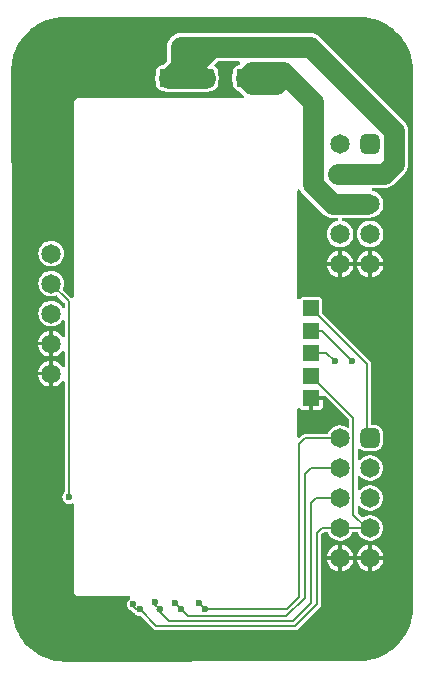
<source format=gbl>
%TF.GenerationSoftware,KiCad,Pcbnew,8.0.6*%
%TF.CreationDate,2024-10-27T21:52:18+01:00*%
%TF.ProjectId,Motor_Driver_carrier_board,4d6f746f-725f-4447-9269-7665725f6361,rev?*%
%TF.SameCoordinates,Original*%
%TF.FileFunction,Copper,L2,Bot*%
%TF.FilePolarity,Positive*%
%FSLAX46Y46*%
G04 Gerber Fmt 4.6, Leading zero omitted, Abs format (unit mm)*
G04 Created by KiCad (PCBNEW 8.0.6) date 2024-10-27 21:52:18*
%MOMM*%
%LPD*%
G01*
G04 APERTURE LIST*
G04 Aperture macros list*
%AMRoundRect*
0 Rectangle with rounded corners*
0 $1 Rounding radius*
0 $2 $3 $4 $5 $6 $7 $8 $9 X,Y pos of 4 corners*
0 Add a 4 corners polygon primitive as box body*
4,1,4,$2,$3,$4,$5,$6,$7,$8,$9,$2,$3,0*
0 Add four circle primitives for the rounded corners*
1,1,$1+$1,$2,$3*
1,1,$1+$1,$4,$5*
1,1,$1+$1,$6,$7*
1,1,$1+$1,$8,$9*
0 Add four rect primitives between the rounded corners*
20,1,$1+$1,$2,$3,$4,$5,0*
20,1,$1+$1,$4,$5,$6,$7,0*
20,1,$1+$1,$6,$7,$8,$9,0*
20,1,$1+$1,$8,$9,$2,$3,0*%
G04 Aperture macros list end*
%TA.AperFunction,ComponentPad*%
%ADD10C,1.650000*%
%TD*%
%TA.AperFunction,ComponentPad*%
%ADD11RoundRect,0.412500X0.412500X-0.412500X0.412500X0.412500X-0.412500X0.412500X-0.412500X-0.412500X0*%
%TD*%
%TA.AperFunction,SMDPad,CuDef*%
%ADD12R,1.400000X1.400000*%
%TD*%
%TA.AperFunction,ViaPad*%
%ADD13C,0.600000*%
%TD*%
%TA.AperFunction,Conductor*%
%ADD14C,0.200000*%
%TD*%
%TA.AperFunction,Conductor*%
%ADD15C,1.791660*%
%TD*%
%ADD16C,0.300000*%
%ADD17C,0.350000*%
G04 APERTURE END LIST*
D10*
%TO.P,J3,1,1*%
%TO.N,/SWDIO*%
X122800000Y-62080000D03*
%TO.P,J3,2,2*%
%TO.N,/SWCLK*%
X122800000Y-64620000D03*
%TO.P,J3,3,3*%
%TO.N,/3.3V*%
X122800000Y-67160000D03*
%TO.P,J3,4,4*%
%TO.N,GND*%
X122800000Y-69700000D03*
%TO.P,J3,5,5*%
X122800000Y-72240000D03*
%TD*%
D11*
%TO.P,P2,1,1*%
%TO.N,/OUT1*%
X149800000Y-52790000D03*
D10*
%TO.P,P2,2,2*%
X147260000Y-52790000D03*
%TO.P,P2,3,3*%
%TO.N,/OUT2*%
X149800000Y-55330000D03*
%TO.P,P2,4,4*%
X147260000Y-55330000D03*
%TO.P,P2,5,5*%
%TO.N,/OUT3*%
X149800000Y-57870000D03*
%TO.P,P2,6,6*%
X147260000Y-57870000D03*
%TO.P,P2,7,7*%
%TO.N,/24V*%
X149800000Y-60410000D03*
%TO.P,P2,8,8*%
X147260000Y-60410000D03*
%TO.P,P2,9,9*%
%TO.N,GND*%
X149800000Y-62950000D03*
%TO.P,P2,10,10*%
X147260000Y-62950000D03*
D11*
%TO.P,P2,11,11*%
%TO.N,/H1*%
X149800000Y-77690000D03*
D10*
%TO.P,P2,12,12*%
%TO.N,/PWM*%
X147260000Y-77690000D03*
%TO.P,P2,13,13*%
%TO.N,/H2*%
X149800000Y-80230000D03*
%TO.P,P2,14,14*%
%TO.N,/RX*%
X147260000Y-80230000D03*
%TO.P,P2,15,15*%
%TO.N,/H3*%
X149800000Y-82770000D03*
%TO.P,P2,16,16*%
%TO.N,/TX*%
X147260000Y-82770000D03*
%TO.P,P2,17,17*%
%TO.N,/5V*%
X149800000Y-85310000D03*
%TO.P,P2,18,18*%
X147260000Y-85310000D03*
%TO.P,P2,19,19*%
%TO.N,GND*%
X149800000Y-87850000D03*
%TO.P,P2,20,20*%
X147260000Y-87850000D03*
%TD*%
D12*
%TO.P,GND,1*%
%TO.N,GND*%
X144800000Y-74300000D03*
%TD*%
%TO.P,H2,1*%
%TO.N,/H2*%
X144800000Y-68600000D03*
%TD*%
%TO.P,5V,1*%
%TO.N,/5V*%
X144800000Y-72400000D03*
%TD*%
%TO.P,H1,1*%
%TO.N,/H1*%
X144800000Y-66700000D03*
%TD*%
%TO.P,H3,1*%
%TO.N,/H3*%
X144800000Y-70500000D03*
%TD*%
D13*
%TO.N,/OUT3*%
X141800000Y-47700000D03*
X138800000Y-47700000D03*
X138800000Y-46700000D03*
X142800000Y-46700000D03*
X139800000Y-47700000D03*
X141800000Y-46700000D03*
X140800000Y-47700000D03*
X139800000Y-46700000D03*
X142800000Y-47700000D03*
X140800000Y-46700000D03*
%TO.N,GND*%
X146775735Y-75224265D03*
%TO.N,/OUT2*%
X135300000Y-46700000D03*
X134300000Y-46700000D03*
X132300000Y-46700000D03*
X133300000Y-47700000D03*
X133300000Y-46700000D03*
X135300000Y-47700000D03*
X132300000Y-47700000D03*
X134300000Y-47700000D03*
X136300000Y-47700000D03*
X136300000Y-46700000D03*
%TO.N,/PWM*%
X135800000Y-92200000D03*
X135300000Y-91700000D03*
%TO.N,/5V*%
X129743948Y-91774783D03*
X130300000Y-92200000D03*
%TO.N,/RX*%
X133300000Y-91700000D03*
X133800000Y-92200000D03*
%TO.N,/H2*%
X148300000Y-71200000D03*
%TO.N,/TX*%
X131600000Y-91600000D03*
X132000000Y-92200000D03*
%TO.N,/H3*%
X146800000Y-71200000D03*
%TO.N,/SWCLK*%
X124300000Y-82700000D03*
%TD*%
D14*
%TO.N,/H3*%
X146800000Y-71200000D02*
X146100000Y-70500000D01*
X146100000Y-70500000D02*
X144800000Y-70500000D01*
D15*
%TO.N,/OUT2*%
X149800000Y-55330000D02*
X150966726Y-55330000D01*
X144717862Y-44608340D02*
X136391660Y-44608340D01*
X150966726Y-55330000D02*
X151820830Y-54475896D01*
X151820830Y-54475896D02*
X151820830Y-51711308D01*
X151820830Y-51711308D02*
X144717862Y-44608340D01*
%TO.N,/OUT3*%
X144959170Y-56167056D02*
X146662114Y-57870000D01*
X146662114Y-57870000D02*
X149520000Y-57870000D01*
X142449002Y-46700000D02*
X144959170Y-49210168D01*
X144959170Y-49210168D02*
X144959170Y-56167056D01*
X140800000Y-46700000D02*
X139800000Y-46700000D01*
X140800000Y-46700000D02*
X142449002Y-46700000D01*
X139300000Y-47200000D02*
X139800000Y-47700000D01*
X139800000Y-46700000D02*
X139300000Y-47200000D01*
X139800000Y-47700000D02*
X141800000Y-47700000D01*
D14*
%TO.N,GND*%
X145851470Y-74300000D02*
X146775735Y-75224265D01*
X144800000Y-74300000D02*
X145851470Y-74300000D01*
D15*
%TO.N,/OUT2*%
X136391660Y-44608340D02*
X136383320Y-44600000D01*
X134300000Y-46700000D02*
X133300000Y-46700000D01*
X134300000Y-46700000D02*
X136391660Y-44608340D01*
X133800000Y-44600000D02*
X133800000Y-46200000D01*
X132800000Y-47200000D02*
X135800000Y-47200000D01*
X133300000Y-46700000D02*
X132800000Y-47200000D01*
X150170000Y-55330000D02*
X147080168Y-55330000D01*
X136383320Y-44600000D02*
X133800000Y-44600000D01*
X133800000Y-46200000D02*
X132800000Y-47200000D01*
D14*
%TO.N,/PWM*%
X135300000Y-91700000D02*
X135800000Y-92200000D01*
X144310000Y-77690000D02*
X146980000Y-77690000D01*
X142734314Y-92200000D02*
X143800000Y-91134314D01*
X143800000Y-91134314D02*
X143800000Y-78200000D01*
X135800000Y-92200000D02*
X142734314Y-92200000D01*
X143800000Y-78200000D02*
X144310000Y-77690000D01*
%TO.N,/5V*%
X129600000Y-91800000D02*
X129625217Y-91774783D01*
X131700000Y-93600000D02*
X143465686Y-93600000D01*
X146980000Y-85310000D02*
X149520000Y-85310000D01*
X130300000Y-92200000D02*
X131700000Y-93600000D01*
X145300000Y-85700000D02*
X145690000Y-85310000D01*
X144800000Y-72400000D02*
X148395000Y-75995000D01*
X145690000Y-85310000D02*
X146980000Y-85310000D01*
X130300000Y-92200000D02*
X130000000Y-92200000D01*
X148395000Y-75995000D02*
X148395000Y-84185000D01*
X148395000Y-84185000D02*
X149520000Y-85310000D01*
X145300000Y-91765686D02*
X145300000Y-85700000D01*
X130000000Y-92200000D02*
X129600000Y-91800000D01*
X129625217Y-91774783D02*
X129743948Y-91774783D01*
X143465686Y-93600000D02*
X145300000Y-91765686D01*
%TO.N,/RX*%
X144300000Y-80700000D02*
X144770000Y-80230000D01*
X134400000Y-92800000D02*
X142700000Y-92800000D01*
X144770000Y-80230000D02*
X146980000Y-80230000D01*
X133300000Y-91700000D02*
X133800000Y-92200000D01*
X144300000Y-91200000D02*
X144300000Y-80700000D01*
X142700000Y-92800000D02*
X144300000Y-91200000D01*
X133800000Y-92200000D02*
X134400000Y-92800000D01*
%TO.N,/H2*%
X145700000Y-68600000D02*
X148300000Y-71200000D01*
X144800000Y-68600000D02*
X145700000Y-68600000D01*
%TO.N,/TX*%
X145230000Y-82770000D02*
X146980000Y-82770000D01*
X143300000Y-93200000D02*
X144800000Y-91700000D01*
X131600000Y-91800000D02*
X132000000Y-92200000D01*
X144800000Y-83200000D02*
X145230000Y-82770000D01*
X132800000Y-93200000D02*
X143300000Y-93200000D01*
X144800000Y-91700000D02*
X144800000Y-83200000D01*
X131800000Y-92200000D02*
X132800000Y-93200000D01*
X131600000Y-91600000D02*
X131600000Y-91800000D01*
%TO.N,/H1*%
X144800000Y-66700000D02*
X149520000Y-71420000D01*
X149520000Y-71420000D02*
X149520000Y-77690000D01*
%TO.N,/SWCLK*%
X124300000Y-66120000D02*
X122800000Y-64620000D01*
X124300000Y-82700000D02*
X124300000Y-66120000D01*
%TD*%
%TA.AperFunction,Conductor*%
%TO.N,GND*%
G36*
X146005202Y-74101330D02*
G01*
X146011680Y-74107362D01*
X148008181Y-76103863D01*
X148041666Y-76165186D01*
X148044500Y-76191544D01*
X148044500Y-76688147D01*
X148024815Y-76755186D01*
X147972011Y-76800941D01*
X147902853Y-76810885D01*
X147855222Y-76793574D01*
X147741447Y-76723127D01*
X147741445Y-76723126D01*
X147651153Y-76688147D01*
X147555586Y-76651124D01*
X147555582Y-76651123D01*
X147451444Y-76631657D01*
X147359660Y-76614500D01*
X147160340Y-76614500D01*
X147070254Y-76631339D01*
X146964417Y-76651123D01*
X146964415Y-76651123D01*
X146964414Y-76651124D01*
X146912517Y-76671229D01*
X146778554Y-76723126D01*
X146778552Y-76723127D01*
X146609088Y-76828056D01*
X146461792Y-76962333D01*
X146341675Y-77121393D01*
X146341670Y-77121401D01*
X146267293Y-77270772D01*
X146219790Y-77322009D01*
X146156293Y-77339500D01*
X144263856Y-77339500D01*
X144174712Y-77363386D01*
X144174709Y-77363387D01*
X144094791Y-77409527D01*
X144094786Y-77409531D01*
X143862181Y-77642137D01*
X143800858Y-77675622D01*
X143731166Y-77670638D01*
X143675233Y-77628766D01*
X143650816Y-77563302D01*
X143650500Y-77554456D01*
X143650500Y-75274127D01*
X143670185Y-75207088D01*
X143722989Y-75161333D01*
X143792147Y-75151389D01*
X143855703Y-75180414D01*
X143862181Y-75186446D01*
X143927520Y-75251785D01*
X143927525Y-75251788D01*
X144030123Y-75297089D01*
X144055206Y-75299999D01*
X144649999Y-75299999D01*
X144950000Y-75299999D01*
X145544786Y-75299999D01*
X145544808Y-75299997D01*
X145569869Y-75297091D01*
X145569873Y-75297090D01*
X145672474Y-75251788D01*
X145672479Y-75251785D01*
X145751785Y-75172479D01*
X145751788Y-75172474D01*
X145797089Y-75069877D01*
X145797089Y-75069875D01*
X145799999Y-75044794D01*
X145800000Y-75044791D01*
X145800000Y-74450000D01*
X144950000Y-74450000D01*
X144950000Y-75299999D01*
X144649999Y-75299999D01*
X144650000Y-75299998D01*
X144650000Y-74274000D01*
X144669685Y-74206961D01*
X144722489Y-74161206D01*
X144774000Y-74150000D01*
X145799999Y-74150000D01*
X145818723Y-74131275D01*
X145819684Y-74128004D01*
X145872488Y-74082249D01*
X145941646Y-74072305D01*
X146005202Y-74101330D01*
G37*
%TD.AperFunction*%
%TA.AperFunction,Conductor*%
G36*
X148942702Y-42050617D02*
G01*
X149326771Y-42067386D01*
X149337506Y-42068326D01*
X149715971Y-42118152D01*
X149726597Y-42120025D01*
X150099284Y-42202648D01*
X150109710Y-42205442D01*
X150473765Y-42320227D01*
X150483911Y-42323920D01*
X150836578Y-42470000D01*
X150846369Y-42474566D01*
X151184917Y-42650803D01*
X151184942Y-42650816D01*
X151194309Y-42656223D01*
X151195887Y-42657229D01*
X151516244Y-42861318D01*
X151525105Y-42867523D01*
X151827930Y-43099889D01*
X151836217Y-43106843D01*
X152117635Y-43364715D01*
X152125284Y-43372364D01*
X152383156Y-43653782D01*
X152390110Y-43662069D01*
X152622476Y-43964894D01*
X152628681Y-43973755D01*
X152833775Y-44295689D01*
X152839183Y-44305057D01*
X153015430Y-44643623D01*
X153020002Y-44653427D01*
X153166075Y-45006078D01*
X153169775Y-45016244D01*
X153284554Y-45380278D01*
X153287354Y-45390727D01*
X153369971Y-45763389D01*
X153371849Y-45774042D01*
X153378473Y-45824355D01*
X153411816Y-46077621D01*
X153421671Y-46152472D01*
X153422614Y-46163249D01*
X153439379Y-46547268D01*
X153439497Y-46552730D01*
X153419531Y-91996040D01*
X153419500Y-91996535D01*
X153419500Y-92067293D01*
X153419382Y-92072702D01*
X153402614Y-92456750D01*
X153401671Y-92467526D01*
X153351849Y-92845957D01*
X153349971Y-92856610D01*
X153267354Y-93229272D01*
X153264554Y-93239721D01*
X153149775Y-93603755D01*
X153146075Y-93613921D01*
X153000002Y-93966572D01*
X152995430Y-93976376D01*
X152819183Y-94314942D01*
X152813775Y-94324310D01*
X152608681Y-94646244D01*
X152602476Y-94655105D01*
X152370110Y-94957930D01*
X152363156Y-94966217D01*
X152105284Y-95247635D01*
X152097635Y-95255284D01*
X151816217Y-95513156D01*
X151807930Y-95520110D01*
X151505105Y-95752476D01*
X151496244Y-95758681D01*
X151174310Y-95963775D01*
X151164942Y-95969183D01*
X150826376Y-96145430D01*
X150816572Y-96150002D01*
X150463921Y-96296075D01*
X150453755Y-96299775D01*
X150089721Y-96414554D01*
X150079272Y-96417354D01*
X149706610Y-96499971D01*
X149695957Y-96501849D01*
X149317526Y-96551671D01*
X149306750Y-96552614D01*
X148922694Y-96569382D01*
X148917285Y-96569500D01*
X148847046Y-96569500D01*
X148845368Y-96569610D01*
X145523194Y-96574577D01*
X145522275Y-96574519D01*
X145514730Y-96574536D01*
X145514729Y-96574536D01*
X145449422Y-96574687D01*
X145448743Y-96574689D01*
X145448643Y-96574689D01*
X145375902Y-96574798D01*
X145374972Y-96574860D01*
X123977805Y-96624553D01*
X123972108Y-96624435D01*
X123588250Y-96607676D01*
X123577475Y-96606733D01*
X123489354Y-96595131D01*
X123199046Y-96556911D01*
X123188394Y-96555033D01*
X122815732Y-96472416D01*
X122805282Y-96469616D01*
X122441247Y-96354836D01*
X122431082Y-96351136D01*
X122078436Y-96205063D01*
X122068632Y-96200491D01*
X121730063Y-96024244D01*
X121720694Y-96018835D01*
X121398774Y-95813747D01*
X121389913Y-95807543D01*
X121087083Y-95575172D01*
X121078796Y-95568218D01*
X120797379Y-95310345D01*
X120789730Y-95302696D01*
X120531854Y-95021271D01*
X120524901Y-95012984D01*
X120429022Y-94888031D01*
X120292535Y-94710156D01*
X120286345Y-94701317D01*
X120081246Y-94379372D01*
X120075839Y-94370007D01*
X120049677Y-94319750D01*
X119899582Y-94031416D01*
X119895022Y-94021636D01*
X119748953Y-93668986D01*
X119745253Y-93658821D01*
X119719986Y-93578684D01*
X119630469Y-93294768D01*
X119627678Y-93284353D01*
X119545057Y-92911658D01*
X119543185Y-92901038D01*
X119493361Y-92522570D01*
X119492421Y-92511837D01*
X119475618Y-92126894D01*
X119475500Y-92121484D01*
X119475500Y-92092620D01*
X119475501Y-92059174D01*
X119475500Y-92059170D01*
X119475500Y-92051772D01*
X119475414Y-92050472D01*
X119475352Y-91996535D01*
X119449728Y-69550000D01*
X121684079Y-69550000D01*
X122270791Y-69550000D01*
X122250000Y-69627591D01*
X122250000Y-69772409D01*
X122270791Y-69850000D01*
X121684079Y-69850000D01*
X121689417Y-69907603D01*
X121689417Y-69907605D01*
X121746472Y-70108133D01*
X121746478Y-70108148D01*
X121839404Y-70294768D01*
X121839409Y-70294776D01*
X121965054Y-70461157D01*
X122119130Y-70601615D01*
X122119132Y-70601617D01*
X122296392Y-70711371D01*
X122296398Y-70711374D01*
X122490811Y-70786689D01*
X122650000Y-70816446D01*
X122650000Y-70229209D01*
X122727591Y-70250000D01*
X122872409Y-70250000D01*
X122950000Y-70229209D01*
X122950000Y-70816446D01*
X123109187Y-70786689D01*
X123109188Y-70786689D01*
X123303601Y-70711374D01*
X123303607Y-70711371D01*
X123480867Y-70601617D01*
X123480869Y-70601615D01*
X123634945Y-70461157D01*
X123726546Y-70339858D01*
X123782655Y-70298222D01*
X123852367Y-70293531D01*
X123913549Y-70327273D01*
X123946776Y-70388736D01*
X123949500Y-70414585D01*
X123949500Y-71525414D01*
X123929815Y-71592453D01*
X123877011Y-71638208D01*
X123807853Y-71648152D01*
X123744297Y-71619127D01*
X123726546Y-71600141D01*
X123634945Y-71478842D01*
X123480869Y-71338384D01*
X123480867Y-71338382D01*
X123303607Y-71228628D01*
X123303601Y-71228625D01*
X123109189Y-71153310D01*
X122950000Y-71123552D01*
X122950000Y-71710790D01*
X122872409Y-71690000D01*
X122727591Y-71690000D01*
X122650000Y-71710790D01*
X122650000Y-71123552D01*
X122490810Y-71153310D01*
X122296398Y-71228625D01*
X122296392Y-71228628D01*
X122119132Y-71338382D01*
X122119130Y-71338384D01*
X121965054Y-71478842D01*
X121839409Y-71645223D01*
X121839404Y-71645231D01*
X121746478Y-71831851D01*
X121746472Y-71831866D01*
X121689417Y-72032394D01*
X121689417Y-72032396D01*
X121684079Y-72090000D01*
X122270791Y-72090000D01*
X122250000Y-72167591D01*
X122250000Y-72312409D01*
X122270791Y-72390000D01*
X121684079Y-72390000D01*
X121689417Y-72447603D01*
X121689417Y-72447605D01*
X121746472Y-72648133D01*
X121746478Y-72648148D01*
X121839404Y-72834768D01*
X121839409Y-72834776D01*
X121965054Y-73001157D01*
X122119130Y-73141615D01*
X122119132Y-73141617D01*
X122296392Y-73251371D01*
X122296398Y-73251374D01*
X122490811Y-73326689D01*
X122650000Y-73356446D01*
X122650000Y-72769209D01*
X122727591Y-72790000D01*
X122872409Y-72790000D01*
X122950000Y-72769209D01*
X122950000Y-73356446D01*
X123109187Y-73326689D01*
X123109188Y-73326689D01*
X123303601Y-73251374D01*
X123303607Y-73251371D01*
X123480867Y-73141617D01*
X123480869Y-73141615D01*
X123634945Y-73001157D01*
X123726546Y-72879858D01*
X123782655Y-72838222D01*
X123852367Y-72833531D01*
X123913549Y-72867273D01*
X123946776Y-72928736D01*
X123949500Y-72954585D01*
X123949500Y-82213908D01*
X123929815Y-82280947D01*
X123911913Y-82300412D01*
X123913129Y-82301628D01*
X123907384Y-82307372D01*
X123819137Y-82422377D01*
X123763671Y-82556287D01*
X123763670Y-82556291D01*
X123744750Y-82699999D01*
X123744750Y-82700000D01*
X123763670Y-82843708D01*
X123763671Y-82843712D01*
X123819137Y-82977622D01*
X123819138Y-82977624D01*
X123819139Y-82977625D01*
X123907379Y-83092621D01*
X124022375Y-83180861D01*
X124022376Y-83180861D01*
X124022377Y-83180862D01*
X124067013Y-83199350D01*
X124156291Y-83236330D01*
X124283280Y-83253048D01*
X124299999Y-83255250D01*
X124300000Y-83255250D01*
X124300001Y-83255250D01*
X124314977Y-83253278D01*
X124443709Y-83236330D01*
X124528048Y-83201395D01*
X124597517Y-83193927D01*
X124659996Y-83225202D01*
X124695648Y-83285291D01*
X124699500Y-83315957D01*
X124699500Y-90640891D01*
X124733608Y-90768187D01*
X124766554Y-90825250D01*
X124799500Y-90882314D01*
X124892686Y-90975500D01*
X125006814Y-91041392D01*
X125134108Y-91075500D01*
X125265892Y-91075500D01*
X129385684Y-91075500D01*
X129452723Y-91095185D01*
X129498478Y-91147989D01*
X129508422Y-91217147D01*
X129479397Y-91280703D01*
X129461171Y-91297875D01*
X129351329Y-91382160D01*
X129263085Y-91497160D01*
X129207619Y-91631070D01*
X129207618Y-91631074D01*
X129198544Y-91700000D01*
X129188698Y-91774783D01*
X129198534Y-91849497D01*
X129207618Y-91918491D01*
X129207619Y-91918495D01*
X129263085Y-92052405D01*
X129263086Y-92052407D01*
X129263087Y-92052408D01*
X129351327Y-92167404D01*
X129466323Y-92255644D01*
X129488100Y-92264664D01*
X129603388Y-92312418D01*
X129643617Y-92339298D01*
X129719531Y-92415212D01*
X129784788Y-92480469D01*
X129829019Y-92506006D01*
X129865394Y-92537906D01*
X129907379Y-92592621D01*
X130022375Y-92680861D01*
X130156291Y-92736330D01*
X130300000Y-92755250D01*
X130308129Y-92755250D01*
X130308129Y-92758828D01*
X130360970Y-92767031D01*
X130395878Y-92791560D01*
X131484788Y-93880470D01*
X131564712Y-93926614D01*
X131653856Y-93950500D01*
X131653858Y-93950500D01*
X143511828Y-93950500D01*
X143511830Y-93950500D01*
X143600974Y-93926614D01*
X143680898Y-93880470D01*
X145580470Y-91980898D01*
X145626614Y-91900974D01*
X145640406Y-91849500D01*
X145641166Y-91846666D01*
X145642061Y-91843320D01*
X145650500Y-91811830D01*
X145650500Y-87700000D01*
X146144079Y-87700000D01*
X146730791Y-87700000D01*
X146710000Y-87777591D01*
X146710000Y-87922409D01*
X146730791Y-88000000D01*
X146144079Y-88000000D01*
X146149417Y-88057603D01*
X146149417Y-88057605D01*
X146206472Y-88258133D01*
X146206478Y-88258148D01*
X146299404Y-88444768D01*
X146299409Y-88444776D01*
X146425054Y-88611157D01*
X146579130Y-88751615D01*
X146579132Y-88751617D01*
X146756392Y-88861371D01*
X146756398Y-88861374D01*
X146950811Y-88936689D01*
X147110000Y-88966446D01*
X147110000Y-88379209D01*
X147187591Y-88400000D01*
X147332409Y-88400000D01*
X147410000Y-88379209D01*
X147410000Y-88966446D01*
X147569187Y-88936689D01*
X147569188Y-88936689D01*
X147763601Y-88861374D01*
X147763607Y-88861371D01*
X147940867Y-88751617D01*
X147940869Y-88751615D01*
X148094945Y-88611157D01*
X148220590Y-88444776D01*
X148220595Y-88444768D01*
X148313521Y-88258148D01*
X148313527Y-88258133D01*
X148370582Y-88057605D01*
X148370582Y-88057603D01*
X148375921Y-88000000D01*
X147789209Y-88000000D01*
X147810000Y-87922409D01*
X147810000Y-87777591D01*
X147789209Y-87700000D01*
X148375920Y-87700000D01*
X148684079Y-87700000D01*
X149270791Y-87700000D01*
X149250000Y-87777591D01*
X149250000Y-87922409D01*
X149270791Y-88000000D01*
X148684079Y-88000000D01*
X148689417Y-88057603D01*
X148689417Y-88057605D01*
X148746472Y-88258133D01*
X148746478Y-88258148D01*
X148839404Y-88444768D01*
X148839409Y-88444776D01*
X148965054Y-88611157D01*
X149119130Y-88751615D01*
X149119132Y-88751617D01*
X149296392Y-88861371D01*
X149296398Y-88861374D01*
X149490811Y-88936689D01*
X149650000Y-88966446D01*
X149650000Y-88379209D01*
X149727591Y-88400000D01*
X149872409Y-88400000D01*
X149950000Y-88379209D01*
X149950000Y-88966446D01*
X150109187Y-88936689D01*
X150109188Y-88936689D01*
X150303601Y-88861374D01*
X150303607Y-88861371D01*
X150480867Y-88751617D01*
X150480869Y-88751615D01*
X150634945Y-88611157D01*
X150760590Y-88444776D01*
X150760595Y-88444768D01*
X150853521Y-88258148D01*
X150853527Y-88258133D01*
X150910582Y-88057605D01*
X150910582Y-88057603D01*
X150915921Y-88000000D01*
X150329209Y-88000000D01*
X150350000Y-87922409D01*
X150350000Y-87777591D01*
X150329209Y-87700000D01*
X150915920Y-87700000D01*
X150910582Y-87642396D01*
X150910582Y-87642394D01*
X150853527Y-87441866D01*
X150853521Y-87441851D01*
X150760595Y-87255231D01*
X150760590Y-87255223D01*
X150634945Y-87088842D01*
X150480869Y-86948384D01*
X150480867Y-86948382D01*
X150303607Y-86838628D01*
X150303601Y-86838625D01*
X150109189Y-86763310D01*
X149950000Y-86733552D01*
X149950000Y-87320790D01*
X149872409Y-87300000D01*
X149727591Y-87300000D01*
X149650000Y-87320790D01*
X149650000Y-86733552D01*
X149490810Y-86763310D01*
X149296398Y-86838625D01*
X149296392Y-86838628D01*
X149119132Y-86948382D01*
X149119130Y-86948384D01*
X148965054Y-87088842D01*
X148839409Y-87255223D01*
X148839404Y-87255231D01*
X148746478Y-87441851D01*
X148746472Y-87441866D01*
X148689417Y-87642394D01*
X148689417Y-87642396D01*
X148684079Y-87700000D01*
X148375920Y-87700000D01*
X148370582Y-87642396D01*
X148370582Y-87642394D01*
X148313527Y-87441866D01*
X148313521Y-87441851D01*
X148220595Y-87255231D01*
X148220590Y-87255223D01*
X148094945Y-87088842D01*
X147940869Y-86948384D01*
X147940867Y-86948382D01*
X147763607Y-86838628D01*
X147763601Y-86838625D01*
X147569189Y-86763310D01*
X147410000Y-86733552D01*
X147410000Y-87320790D01*
X147332409Y-87300000D01*
X147187591Y-87300000D01*
X147110000Y-87320790D01*
X147110000Y-86733552D01*
X146950810Y-86763310D01*
X146756398Y-86838625D01*
X146756392Y-86838628D01*
X146579132Y-86948382D01*
X146579130Y-86948384D01*
X146425054Y-87088842D01*
X146299409Y-87255223D01*
X146299404Y-87255231D01*
X146206478Y-87441851D01*
X146206472Y-87441866D01*
X146149417Y-87642394D01*
X146149417Y-87642396D01*
X146144079Y-87700000D01*
X145650500Y-87700000D01*
X145650500Y-85896543D01*
X145670185Y-85829504D01*
X145686819Y-85808862D01*
X145798862Y-85696819D01*
X145860185Y-85663334D01*
X145886543Y-85660500D01*
X146156293Y-85660500D01*
X146223332Y-85680185D01*
X146267293Y-85729228D01*
X146341670Y-85878598D01*
X146341675Y-85878606D01*
X146461792Y-86037666D01*
X146588508Y-86153182D01*
X146609090Y-86171945D01*
X146778554Y-86276873D01*
X146964414Y-86348876D01*
X147160340Y-86385500D01*
X147160342Y-86385500D01*
X147359658Y-86385500D01*
X147359660Y-86385500D01*
X147555586Y-86348876D01*
X147741446Y-86276873D01*
X147910910Y-86171945D01*
X148058209Y-86037664D01*
X148178326Y-85878604D01*
X148252707Y-85729228D01*
X148300210Y-85677991D01*
X148363707Y-85660500D01*
X148696293Y-85660500D01*
X148763332Y-85680185D01*
X148807293Y-85729228D01*
X148881670Y-85878598D01*
X148881675Y-85878606D01*
X149001792Y-86037666D01*
X149128508Y-86153182D01*
X149149090Y-86171945D01*
X149318554Y-86276873D01*
X149504414Y-86348876D01*
X149700340Y-86385500D01*
X149700342Y-86385500D01*
X149899658Y-86385500D01*
X149899660Y-86385500D01*
X150095586Y-86348876D01*
X150281446Y-86276873D01*
X150450910Y-86171945D01*
X150598209Y-86037664D01*
X150718326Y-85878604D01*
X150807171Y-85700180D01*
X150861717Y-85508469D01*
X150880108Y-85310000D01*
X150861717Y-85111531D01*
X150807171Y-84919820D01*
X150792707Y-84890772D01*
X150718329Y-84741401D01*
X150718324Y-84741393D01*
X150598207Y-84582333D01*
X150450911Y-84448056D01*
X150450910Y-84448055D01*
X150335872Y-84376826D01*
X150281447Y-84343127D01*
X150281445Y-84343126D01*
X150199379Y-84311334D01*
X150095586Y-84271124D01*
X150095582Y-84271123D01*
X150016639Y-84256366D01*
X149899660Y-84234500D01*
X149700340Y-84234500D01*
X149610254Y-84251339D01*
X149504417Y-84271123D01*
X149504415Y-84271123D01*
X149504414Y-84271124D01*
X149386878Y-84316657D01*
X149318556Y-84343126D01*
X149318553Y-84343127D01*
X149235464Y-84394573D01*
X149168103Y-84413127D01*
X149101404Y-84392319D01*
X149082507Y-84376826D01*
X148940181Y-84234500D01*
X148781819Y-84076137D01*
X148748334Y-84014814D01*
X148745500Y-83988456D01*
X148745500Y-83528245D01*
X148765185Y-83461206D01*
X148817989Y-83415451D01*
X148887147Y-83405507D01*
X148950703Y-83434532D01*
X148968450Y-83453514D01*
X149001791Y-83497664D01*
X149001793Y-83497666D01*
X149035337Y-83528245D01*
X149149090Y-83631945D01*
X149318554Y-83736873D01*
X149504414Y-83808876D01*
X149700340Y-83845500D01*
X149700342Y-83845500D01*
X149899658Y-83845500D01*
X149899660Y-83845500D01*
X150095586Y-83808876D01*
X150281446Y-83736873D01*
X150450910Y-83631945D01*
X150577627Y-83516426D01*
X150598207Y-83497666D01*
X150625741Y-83461206D01*
X150718326Y-83338604D01*
X150807171Y-83160180D01*
X150861717Y-82968469D01*
X150880108Y-82770000D01*
X150861717Y-82571531D01*
X150807171Y-82379820D01*
X150768236Y-82301628D01*
X150718329Y-82201401D01*
X150718324Y-82201393D01*
X150598207Y-82042333D01*
X150450911Y-81908056D01*
X150450910Y-81908055D01*
X150333223Y-81835186D01*
X150281447Y-81803127D01*
X150281445Y-81803126D01*
X150191153Y-81768147D01*
X150095586Y-81731124D01*
X150095582Y-81731123D01*
X150016639Y-81716366D01*
X149899660Y-81694500D01*
X149700340Y-81694500D01*
X149610254Y-81711339D01*
X149504417Y-81731123D01*
X149504415Y-81731123D01*
X149504414Y-81731124D01*
X149452517Y-81751229D01*
X149318554Y-81803126D01*
X149318552Y-81803127D01*
X149149088Y-81908056D01*
X149001792Y-82042334D01*
X148968454Y-82086481D01*
X148912345Y-82128117D01*
X148842633Y-82132808D01*
X148781451Y-82099066D01*
X148748224Y-82037602D01*
X148745500Y-82011754D01*
X148745500Y-80988245D01*
X148765185Y-80921206D01*
X148817989Y-80875451D01*
X148887147Y-80865507D01*
X148950703Y-80894532D01*
X148968450Y-80913514D01*
X149001791Y-80957664D01*
X149001793Y-80957666D01*
X149035337Y-80988245D01*
X149149090Y-81091945D01*
X149318554Y-81196873D01*
X149504414Y-81268876D01*
X149700340Y-81305500D01*
X149700342Y-81305500D01*
X149899658Y-81305500D01*
X149899660Y-81305500D01*
X150095586Y-81268876D01*
X150281446Y-81196873D01*
X150450910Y-81091945D01*
X150577627Y-80976426D01*
X150598207Y-80957666D01*
X150625741Y-80921206D01*
X150718326Y-80798604D01*
X150807171Y-80620180D01*
X150861717Y-80428469D01*
X150880108Y-80230000D01*
X150861717Y-80031531D01*
X150807171Y-79839820D01*
X150792707Y-79810772D01*
X150718329Y-79661401D01*
X150718324Y-79661393D01*
X150598207Y-79502333D01*
X150450911Y-79368056D01*
X150450910Y-79368055D01*
X150333223Y-79295186D01*
X150281447Y-79263127D01*
X150281445Y-79263126D01*
X150191153Y-79228147D01*
X150095586Y-79191124D01*
X150095582Y-79191123D01*
X150016639Y-79176366D01*
X149899660Y-79154500D01*
X149700340Y-79154500D01*
X149610254Y-79171339D01*
X149504417Y-79191123D01*
X149504415Y-79191123D01*
X149504414Y-79191124D01*
X149452517Y-79211229D01*
X149318554Y-79263126D01*
X149318552Y-79263127D01*
X149149088Y-79368056D01*
X149001792Y-79502334D01*
X148968454Y-79546481D01*
X148912345Y-79588117D01*
X148842633Y-79592808D01*
X148781451Y-79559066D01*
X148748224Y-79497602D01*
X148745500Y-79471754D01*
X148745500Y-78697487D01*
X148765185Y-78630448D01*
X148817989Y-78584693D01*
X148887147Y-78574749D01*
X148950703Y-78603774D01*
X148957181Y-78609806D01*
X148975608Y-78628233D01*
X148975610Y-78628234D01*
X148975612Y-78628236D01*
X149113398Y-78711531D01*
X149267113Y-78759430D01*
X149333909Y-78765500D01*
X150266090Y-78765499D01*
X150266097Y-78765499D01*
X150332882Y-78759431D01*
X150332885Y-78759430D01*
X150332887Y-78759430D01*
X150486602Y-78711531D01*
X150624388Y-78628236D01*
X150738236Y-78514388D01*
X150821531Y-78376602D01*
X150869430Y-78222887D01*
X150875500Y-78156091D01*
X150875499Y-77223910D01*
X150875499Y-77223901D01*
X150869431Y-77157117D01*
X150869428Y-77157106D01*
X150821532Y-77003401D01*
X150821531Y-77003400D01*
X150821531Y-77003398D01*
X150738236Y-76865612D01*
X150738234Y-76865610D01*
X150738233Y-76865608D01*
X150624391Y-76751766D01*
X150486602Y-76668469D01*
X150430936Y-76651123D01*
X150332887Y-76620570D01*
X150332885Y-76620569D01*
X150332883Y-76620569D01*
X150286117Y-76616319D01*
X150266091Y-76614500D01*
X150266088Y-76614500D01*
X149994500Y-76614500D01*
X149927461Y-76594815D01*
X149881706Y-76542011D01*
X149870500Y-76490500D01*
X149870500Y-71373858D01*
X149870500Y-71373856D01*
X149846614Y-71284712D01*
X149824346Y-71246143D01*
X149800470Y-71204788D01*
X145786819Y-67191137D01*
X145753334Y-67129814D01*
X145750500Y-67103456D01*
X145750500Y-65975323D01*
X145750499Y-65975321D01*
X145735967Y-65902264D01*
X145735966Y-65902260D01*
X145680601Y-65819399D01*
X145597740Y-65764034D01*
X145597739Y-65764033D01*
X145597735Y-65764032D01*
X145524677Y-65749500D01*
X145524674Y-65749500D01*
X144075326Y-65749500D01*
X144075323Y-65749500D01*
X144002264Y-65764032D01*
X144002260Y-65764033D01*
X143919398Y-65819399D01*
X143877602Y-65881953D01*
X143823990Y-65926758D01*
X143754665Y-65935465D01*
X143691637Y-65905311D01*
X143654918Y-65845868D01*
X143650500Y-65813062D01*
X143650500Y-62800000D01*
X146144079Y-62800000D01*
X146730791Y-62800000D01*
X146710000Y-62877591D01*
X146710000Y-63022409D01*
X146730791Y-63100000D01*
X146144079Y-63100000D01*
X146149417Y-63157603D01*
X146149417Y-63157605D01*
X146206472Y-63358133D01*
X146206478Y-63358148D01*
X146299404Y-63544768D01*
X146299409Y-63544776D01*
X146425054Y-63711157D01*
X146579130Y-63851615D01*
X146579132Y-63851617D01*
X146756392Y-63961371D01*
X146756398Y-63961374D01*
X146950811Y-64036689D01*
X147110000Y-64066446D01*
X147110000Y-63479209D01*
X147187591Y-63500000D01*
X147332409Y-63500000D01*
X147410000Y-63479209D01*
X147410000Y-64066446D01*
X147569187Y-64036689D01*
X147569188Y-64036689D01*
X147763601Y-63961374D01*
X147763607Y-63961371D01*
X147940867Y-63851617D01*
X147940869Y-63851615D01*
X148094945Y-63711157D01*
X148220590Y-63544776D01*
X148220595Y-63544768D01*
X148313521Y-63358148D01*
X148313527Y-63358133D01*
X148370582Y-63157605D01*
X148370582Y-63157603D01*
X148375921Y-63100000D01*
X147789209Y-63100000D01*
X147810000Y-63022409D01*
X147810000Y-62877591D01*
X147789209Y-62800000D01*
X148375920Y-62800000D01*
X148684079Y-62800000D01*
X149270791Y-62800000D01*
X149250000Y-62877591D01*
X149250000Y-63022409D01*
X149270791Y-63100000D01*
X148684079Y-63100000D01*
X148689417Y-63157603D01*
X148689417Y-63157605D01*
X148746472Y-63358133D01*
X148746478Y-63358148D01*
X148839404Y-63544768D01*
X148839409Y-63544776D01*
X148965054Y-63711157D01*
X149119130Y-63851615D01*
X149119132Y-63851617D01*
X149296392Y-63961371D01*
X149296398Y-63961374D01*
X149490811Y-64036689D01*
X149650000Y-64066446D01*
X149650000Y-63479209D01*
X149727591Y-63500000D01*
X149872409Y-63500000D01*
X149950000Y-63479209D01*
X149950000Y-64066446D01*
X150109187Y-64036689D01*
X150109188Y-64036689D01*
X150303601Y-63961374D01*
X150303607Y-63961371D01*
X150480867Y-63851617D01*
X150480869Y-63851615D01*
X150634945Y-63711157D01*
X150760590Y-63544776D01*
X150760595Y-63544768D01*
X150853521Y-63358148D01*
X150853527Y-63358133D01*
X150910582Y-63157605D01*
X150910582Y-63157603D01*
X150915921Y-63100000D01*
X150329209Y-63100000D01*
X150350000Y-63022409D01*
X150350000Y-62877591D01*
X150329209Y-62800000D01*
X150915920Y-62800000D01*
X150910582Y-62742396D01*
X150910582Y-62742394D01*
X150853527Y-62541866D01*
X150853521Y-62541851D01*
X150760595Y-62355231D01*
X150760590Y-62355223D01*
X150634945Y-62188842D01*
X150480869Y-62048384D01*
X150480867Y-62048382D01*
X150303607Y-61938628D01*
X150303601Y-61938625D01*
X150109189Y-61863310D01*
X149950000Y-61833552D01*
X149950000Y-62420790D01*
X149872409Y-62400000D01*
X149727591Y-62400000D01*
X149650000Y-62420790D01*
X149650000Y-61833552D01*
X149490810Y-61863310D01*
X149296398Y-61938625D01*
X149296392Y-61938628D01*
X149119132Y-62048382D01*
X149119130Y-62048384D01*
X148965054Y-62188842D01*
X148839409Y-62355223D01*
X148839404Y-62355231D01*
X148746478Y-62541851D01*
X148746472Y-62541866D01*
X148689417Y-62742394D01*
X148689417Y-62742396D01*
X148684079Y-62800000D01*
X148375920Y-62800000D01*
X148370582Y-62742396D01*
X148370582Y-62742394D01*
X148313527Y-62541866D01*
X148313521Y-62541851D01*
X148220595Y-62355231D01*
X148220590Y-62355223D01*
X148094945Y-62188842D01*
X147940869Y-62048384D01*
X147940867Y-62048382D01*
X147763607Y-61938628D01*
X147763601Y-61938625D01*
X147569189Y-61863310D01*
X147410000Y-61833552D01*
X147410000Y-62420790D01*
X147332409Y-62400000D01*
X147187591Y-62400000D01*
X147110000Y-62420790D01*
X147110000Y-61833552D01*
X146950810Y-61863310D01*
X146756398Y-61938625D01*
X146756392Y-61938628D01*
X146579132Y-62048382D01*
X146579130Y-62048384D01*
X146425054Y-62188842D01*
X146299409Y-62355223D01*
X146299404Y-62355231D01*
X146206478Y-62541851D01*
X146206472Y-62541866D01*
X146149417Y-62742394D01*
X146149417Y-62742396D01*
X146144079Y-62800000D01*
X143650500Y-62800000D01*
X143650500Y-56750286D01*
X143670185Y-56683247D01*
X143722989Y-56637492D01*
X143792147Y-56627548D01*
X143855703Y-56656573D01*
X143884985Y-56693992D01*
X143935975Y-56794068D01*
X143969230Y-56839838D01*
X144046661Y-56946413D01*
X144046663Y-56946415D01*
X145882759Y-58782511D01*
X145882764Y-58782515D01*
X146035096Y-58893190D01*
X146035098Y-58893191D01*
X146035101Y-58893193D01*
X146202883Y-58978682D01*
X146381973Y-59036872D01*
X146567961Y-59066330D01*
X146567962Y-59066330D01*
X146984640Y-59066330D01*
X147051679Y-59086015D01*
X147097434Y-59138819D01*
X147107378Y-59207977D01*
X147078353Y-59271533D01*
X147019575Y-59309307D01*
X147007437Y-59312216D01*
X146950673Y-59322827D01*
X146950671Y-59322827D01*
X146950669Y-59322828D01*
X146756172Y-59398176D01*
X146756171Y-59398177D01*
X146578827Y-59507985D01*
X146424683Y-59648505D01*
X146298981Y-59814961D01*
X146206007Y-60001677D01*
X146148923Y-60202308D01*
X146129678Y-60409999D01*
X146129678Y-60410000D01*
X146148923Y-60617691D01*
X146148923Y-60617693D01*
X146148924Y-60617696D01*
X146206006Y-60818319D01*
X146298981Y-61005038D01*
X146424682Y-61171493D01*
X146578829Y-61312016D01*
X146756172Y-61421823D01*
X146950673Y-61497173D01*
X147155707Y-61535500D01*
X147155710Y-61535500D01*
X147364290Y-61535500D01*
X147364293Y-61535500D01*
X147569327Y-61497173D01*
X147763828Y-61421823D01*
X147941171Y-61312016D01*
X148095318Y-61171493D01*
X148221019Y-61005038D01*
X148313994Y-60818319D01*
X148371076Y-60617696D01*
X148390322Y-60410000D01*
X148371076Y-60202304D01*
X148313994Y-60001681D01*
X148221019Y-59814962D01*
X148095318Y-59648507D01*
X147941171Y-59507984D01*
X147763828Y-59398177D01*
X147763827Y-59398176D01*
X147569330Y-59322828D01*
X147569329Y-59322827D01*
X147569327Y-59322827D01*
X147512572Y-59312217D01*
X147450294Y-59280551D01*
X147415021Y-59220239D01*
X147417955Y-59150431D01*
X147458163Y-59093290D01*
X147522882Y-59066959D01*
X147535360Y-59066330D01*
X149524640Y-59066330D01*
X149591679Y-59086015D01*
X149637434Y-59138819D01*
X149647378Y-59207977D01*
X149618353Y-59271533D01*
X149559575Y-59309307D01*
X149547437Y-59312216D01*
X149490673Y-59322827D01*
X149490671Y-59322827D01*
X149490669Y-59322828D01*
X149296172Y-59398176D01*
X149296171Y-59398177D01*
X149118827Y-59507985D01*
X148964683Y-59648505D01*
X148838981Y-59814961D01*
X148746007Y-60001677D01*
X148688923Y-60202308D01*
X148669678Y-60409999D01*
X148669678Y-60410000D01*
X148688923Y-60617691D01*
X148688923Y-60617693D01*
X148688924Y-60617696D01*
X148746006Y-60818319D01*
X148838981Y-61005038D01*
X148964682Y-61171493D01*
X149118829Y-61312016D01*
X149296172Y-61421823D01*
X149490673Y-61497173D01*
X149695707Y-61535500D01*
X149695710Y-61535500D01*
X149904290Y-61535500D01*
X149904293Y-61535500D01*
X150109327Y-61497173D01*
X150303828Y-61421823D01*
X150481171Y-61312016D01*
X150635318Y-61171493D01*
X150761019Y-61005038D01*
X150853994Y-60818319D01*
X150911076Y-60617696D01*
X150930322Y-60410000D01*
X150911076Y-60202304D01*
X150853994Y-60001681D01*
X150761019Y-59814962D01*
X150635318Y-59648507D01*
X150481171Y-59507984D01*
X150303828Y-59398177D01*
X150303827Y-59398176D01*
X150161609Y-59343081D01*
X150109327Y-59322827D01*
X149904293Y-59284500D01*
X149812248Y-59284500D01*
X149745209Y-59264815D01*
X149699454Y-59212011D01*
X149689510Y-59142853D01*
X149718535Y-59079297D01*
X149777313Y-59041523D01*
X149792849Y-59038027D01*
X149793481Y-59037926D01*
X149800141Y-59036872D01*
X149951233Y-58987778D01*
X149966756Y-58983823D01*
X150109327Y-58957173D01*
X150303828Y-58881823D01*
X150481171Y-58772016D01*
X150635318Y-58631493D01*
X150761019Y-58465038D01*
X150853994Y-58278319D01*
X150911076Y-58077696D01*
X150930322Y-57870000D01*
X150911076Y-57662304D01*
X150853994Y-57461681D01*
X150761019Y-57274962D01*
X150635318Y-57108507D01*
X150481171Y-56967984D01*
X150303828Y-56858177D01*
X150303824Y-56858175D01*
X150174160Y-56807943D01*
X150109327Y-56782827D01*
X150052575Y-56772218D01*
X149990297Y-56740550D01*
X149955024Y-56680238D01*
X149957958Y-56610430D01*
X149998167Y-56553290D01*
X150062886Y-56526959D01*
X150075363Y-56526330D01*
X151060878Y-56526330D01*
X151060879Y-56526330D01*
X151221437Y-56500899D01*
X151221438Y-56500899D01*
X151228336Y-56499806D01*
X151246868Y-56496872D01*
X151425957Y-56438682D01*
X151593740Y-56353193D01*
X151746083Y-56242509D01*
X152733339Y-55255253D01*
X152844022Y-55102910D01*
X152866715Y-55058374D01*
X152911373Y-54970727D01*
X152929512Y-54935128D01*
X152987702Y-54756038D01*
X152996104Y-54702987D01*
X153017160Y-54570049D01*
X153017160Y-51617155D01*
X152987702Y-51431167D01*
X152929512Y-51252077D01*
X152844023Y-51084295D01*
X152733340Y-50931951D01*
X145497219Y-43695831D01*
X145344876Y-43585147D01*
X145177093Y-43499658D01*
X144998004Y-43441468D01*
X144998002Y-43441467D01*
X144998001Y-43441467D01*
X144972573Y-43437440D01*
X144945342Y-43433127D01*
X144812015Y-43412010D01*
X144812014Y-43412010D01*
X136539886Y-43412010D01*
X136520488Y-43410483D01*
X136477473Y-43403670D01*
X133894153Y-43403670D01*
X133705847Y-43403670D01*
X133662832Y-43410483D01*
X133519862Y-43433127D01*
X133340766Y-43491319D01*
X133172986Y-43576807D01*
X133086069Y-43639956D01*
X133020644Y-43687491D01*
X133020642Y-43687493D01*
X133020641Y-43687493D01*
X132887493Y-43820641D01*
X132887493Y-43820642D01*
X132887491Y-43820644D01*
X132839956Y-43886069D01*
X132776807Y-43972986D01*
X132691319Y-44140766D01*
X132633127Y-44319862D01*
X132603670Y-44505847D01*
X132603670Y-45653101D01*
X132583985Y-45720140D01*
X132567351Y-45740782D01*
X132230512Y-46077620D01*
X132169189Y-46111105D01*
X132159020Y-46112878D01*
X132143238Y-46114956D01*
X131997160Y-46175463D01*
X131871718Y-46271718D01*
X131775463Y-46397160D01*
X131714956Y-46543237D01*
X131714955Y-46543239D01*
X131694318Y-46699998D01*
X131694318Y-46708127D01*
X131692370Y-46708127D01*
X131688602Y-46749127D01*
X131653630Y-46856761D01*
X131633127Y-46919861D01*
X131633127Y-46919862D01*
X131603670Y-47105847D01*
X131603670Y-47294151D01*
X131619985Y-47397159D01*
X131619985Y-47397160D01*
X131633126Y-47480137D01*
X131633127Y-47480139D01*
X131688602Y-47650873D01*
X131692370Y-47691873D01*
X131694318Y-47691873D01*
X131694318Y-47700001D01*
X131714955Y-47856760D01*
X131714956Y-47856762D01*
X131775464Y-48002841D01*
X131871718Y-48128282D01*
X131997159Y-48224536D01*
X132143238Y-48285044D01*
X132300000Y-48305682D01*
X132308130Y-48305682D01*
X132308130Y-48307632D01*
X132349127Y-48311397D01*
X132519858Y-48366872D01*
X132519863Y-48366872D01*
X132519864Y-48366873D01*
X132545180Y-48370882D01*
X132545195Y-48370884D01*
X132545288Y-48370899D01*
X132705847Y-48396330D01*
X132705849Y-48396330D01*
X135894152Y-48396330D01*
X135894153Y-48396330D01*
X136080141Y-48366872D01*
X136250872Y-48311397D01*
X136291871Y-48307630D01*
X136291871Y-48305682D01*
X136300001Y-48305682D01*
X136352254Y-48298802D01*
X136456762Y-48285044D01*
X136602841Y-48224536D01*
X136728282Y-48128282D01*
X136824536Y-48002841D01*
X136885044Y-47856762D01*
X136905682Y-47700000D01*
X136905682Y-47691871D01*
X136907631Y-47691871D01*
X136911398Y-47650872D01*
X136966872Y-47480141D01*
X136996330Y-47294153D01*
X136996330Y-47105847D01*
X136966872Y-46919859D01*
X136911397Y-46749127D01*
X136907632Y-46708130D01*
X136905682Y-46708130D01*
X136905682Y-46699998D01*
X136891923Y-46595492D01*
X136885044Y-46543238D01*
X136824536Y-46397159D01*
X136728282Y-46271718D01*
X136711370Y-46258741D01*
X136666106Y-46224008D01*
X136624904Y-46167580D01*
X136620749Y-46097834D01*
X136653909Y-46037956D01*
X136850878Y-45840986D01*
X136912201Y-45807504D01*
X136938558Y-45804670D01*
X138704101Y-45804670D01*
X138771140Y-45824355D01*
X138816895Y-45877159D01*
X138826839Y-45946317D01*
X138797814Y-46009873D01*
X138791791Y-46016341D01*
X138738064Y-46070068D01*
X138730512Y-46077621D01*
X138669188Y-46111105D01*
X138659020Y-46112878D01*
X138643238Y-46114956D01*
X138497160Y-46175463D01*
X138371718Y-46271718D01*
X138275463Y-46397160D01*
X138214956Y-46543237D01*
X138214955Y-46543239D01*
X138194318Y-46699998D01*
X138194318Y-46708127D01*
X138192370Y-46708127D01*
X138188602Y-46749128D01*
X138133128Y-46919857D01*
X138103671Y-47105841D01*
X138103671Y-47294158D01*
X138133128Y-47480142D01*
X138188602Y-47650872D01*
X138192370Y-47691873D01*
X138194318Y-47691873D01*
X138194318Y-47700001D01*
X138214955Y-47856760D01*
X138214956Y-47856762D01*
X138275464Y-48002841D01*
X138371718Y-48128282D01*
X138497159Y-48224536D01*
X138643238Y-48285044D01*
X138659015Y-48287121D01*
X138722909Y-48315383D01*
X138730512Y-48322378D01*
X139020644Y-48612510D01*
X139020649Y-48612514D01*
X139072494Y-48650182D01*
X139115160Y-48705512D01*
X139121139Y-48775125D01*
X139088533Y-48836920D01*
X139027695Y-48871277D01*
X138999609Y-48874500D01*
X125134108Y-48874500D01*
X125006812Y-48908608D01*
X124892686Y-48974500D01*
X124892683Y-48974502D01*
X124799502Y-49067683D01*
X124799500Y-49067686D01*
X124733608Y-49181812D01*
X124699500Y-49309108D01*
X124699500Y-65724457D01*
X124679815Y-65791496D01*
X124627011Y-65837251D01*
X124557853Y-65847195D01*
X124494297Y-65818170D01*
X124487819Y-65812138D01*
X123829932Y-65154251D01*
X123796447Y-65092928D01*
X123801431Y-65023236D01*
X123806610Y-65011305D01*
X123807171Y-65010180D01*
X123861717Y-64818469D01*
X123880108Y-64620000D01*
X123861717Y-64421531D01*
X123807171Y-64229820D01*
X123805759Y-64226984D01*
X123718329Y-64051401D01*
X123718324Y-64051393D01*
X123598207Y-63892333D01*
X123450911Y-63758056D01*
X123450910Y-63758055D01*
X123375167Y-63711157D01*
X123281447Y-63653127D01*
X123281445Y-63653126D01*
X123199379Y-63621334D01*
X123095586Y-63581124D01*
X123095582Y-63581123D01*
X123016639Y-63566366D01*
X122899660Y-63544500D01*
X122700340Y-63544500D01*
X122610254Y-63561339D01*
X122504417Y-63581123D01*
X122504415Y-63581123D01*
X122504414Y-63581124D01*
X122452517Y-63601229D01*
X122318554Y-63653126D01*
X122318552Y-63653127D01*
X122149088Y-63758056D01*
X122001792Y-63892333D01*
X121881675Y-64051393D01*
X121881670Y-64051401D01*
X121792830Y-64229816D01*
X121738282Y-64421535D01*
X121719892Y-64619999D01*
X121719892Y-64620000D01*
X121738282Y-64818464D01*
X121792830Y-65010183D01*
X121881670Y-65188598D01*
X121881675Y-65188606D01*
X122001792Y-65347666D01*
X122128508Y-65463182D01*
X122149090Y-65481945D01*
X122318554Y-65586873D01*
X122504414Y-65658876D01*
X122700340Y-65695500D01*
X122700342Y-65695500D01*
X122899658Y-65695500D01*
X122899660Y-65695500D01*
X123095586Y-65658876D01*
X123198712Y-65618923D01*
X123268334Y-65613061D01*
X123330075Y-65645770D01*
X123331187Y-65646869D01*
X123913181Y-66228862D01*
X123946666Y-66290185D01*
X123949500Y-66316543D01*
X123949500Y-66528939D01*
X123929815Y-66595978D01*
X123877011Y-66641733D01*
X123807853Y-66651677D01*
X123744297Y-66622652D01*
X123720076Y-66594221D01*
X123718329Y-66591400D01*
X123598207Y-66432333D01*
X123450911Y-66298056D01*
X123450910Y-66298055D01*
X123339160Y-66228862D01*
X123281447Y-66193127D01*
X123281445Y-66193126D01*
X123199379Y-66161334D01*
X123095586Y-66121124D01*
X123095582Y-66121123D01*
X123016639Y-66106366D01*
X122899660Y-66084500D01*
X122700340Y-66084500D01*
X122610254Y-66101339D01*
X122504417Y-66121123D01*
X122504415Y-66121123D01*
X122504414Y-66121124D01*
X122452517Y-66141229D01*
X122318554Y-66193126D01*
X122318552Y-66193127D01*
X122149088Y-66298056D01*
X122001792Y-66432333D01*
X121881675Y-66591393D01*
X121881670Y-66591401D01*
X121792830Y-66769816D01*
X121738282Y-66961535D01*
X121719892Y-67159999D01*
X121719892Y-67160000D01*
X121738282Y-67358464D01*
X121792830Y-67550183D01*
X121881670Y-67728598D01*
X121881675Y-67728606D01*
X122001792Y-67887666D01*
X122128508Y-68003182D01*
X122149090Y-68021945D01*
X122318554Y-68126873D01*
X122504414Y-68198876D01*
X122700340Y-68235500D01*
X122700342Y-68235500D01*
X122899658Y-68235500D01*
X122899660Y-68235500D01*
X123095586Y-68198876D01*
X123281446Y-68126873D01*
X123450910Y-68021945D01*
X123598209Y-67887664D01*
X123718326Y-67728604D01*
X123718330Y-67728595D01*
X123720072Y-67725784D01*
X123721259Y-67724719D01*
X123721781Y-67724029D01*
X123721916Y-67724131D01*
X123772099Y-67679148D01*
X123841081Y-67668043D01*
X123905116Y-67695995D01*
X123943873Y-67754130D01*
X123949500Y-67791060D01*
X123949500Y-68985414D01*
X123929815Y-69052453D01*
X123877011Y-69098208D01*
X123807853Y-69108152D01*
X123744297Y-69079127D01*
X123726546Y-69060141D01*
X123634945Y-68938842D01*
X123480869Y-68798384D01*
X123480867Y-68798382D01*
X123303607Y-68688628D01*
X123303601Y-68688625D01*
X123109189Y-68613310D01*
X122950000Y-68583552D01*
X122950000Y-69170790D01*
X122872409Y-69150000D01*
X122727591Y-69150000D01*
X122650000Y-69170790D01*
X122650000Y-68583552D01*
X122490810Y-68613310D01*
X122296398Y-68688625D01*
X122296392Y-68688628D01*
X122119132Y-68798382D01*
X122119130Y-68798384D01*
X121965054Y-68938842D01*
X121839409Y-69105223D01*
X121839404Y-69105231D01*
X121746478Y-69291851D01*
X121746472Y-69291866D01*
X121689417Y-69492394D01*
X121689417Y-69492396D01*
X121684079Y-69550000D01*
X119449728Y-69550000D01*
X119441201Y-62079999D01*
X121719892Y-62079999D01*
X121719892Y-62080000D01*
X121738282Y-62278464D01*
X121738282Y-62278466D01*
X121738283Y-62278469D01*
X121772861Y-62400000D01*
X121792830Y-62470183D01*
X121881670Y-62648598D01*
X121881675Y-62648606D01*
X122001792Y-62807666D01*
X122078497Y-62877591D01*
X122149090Y-62941945D01*
X122318554Y-63046873D01*
X122504414Y-63118876D01*
X122700340Y-63155500D01*
X122700342Y-63155500D01*
X122899658Y-63155500D01*
X122899660Y-63155500D01*
X123095586Y-63118876D01*
X123281446Y-63046873D01*
X123450910Y-62941945D01*
X123598209Y-62807664D01*
X123718326Y-62648604D01*
X123807171Y-62470180D01*
X123861717Y-62278469D01*
X123880108Y-62080000D01*
X123861717Y-61881531D01*
X123807171Y-61689820D01*
X123805759Y-61686984D01*
X123718329Y-61511401D01*
X123718324Y-61511393D01*
X123598207Y-61352333D01*
X123450911Y-61218056D01*
X123450910Y-61218055D01*
X123375710Y-61171493D01*
X123281447Y-61113127D01*
X123281445Y-61113126D01*
X123199379Y-61081334D01*
X123095586Y-61041124D01*
X123095582Y-61041123D01*
X123016639Y-61026366D01*
X122899660Y-61004500D01*
X122700340Y-61004500D01*
X122610254Y-61021339D01*
X122504417Y-61041123D01*
X122504415Y-61041123D01*
X122504414Y-61041124D01*
X122452517Y-61061229D01*
X122318554Y-61113126D01*
X122318552Y-61113127D01*
X122149088Y-61218056D01*
X122001792Y-61352333D01*
X121881675Y-61511393D01*
X121881670Y-61511401D01*
X121792830Y-61689816D01*
X121738282Y-61881535D01*
X121719892Y-62079999D01*
X119441201Y-62079999D01*
X119423476Y-46552767D01*
X119423594Y-46547225D01*
X119426324Y-46484690D01*
X119440358Y-46163234D01*
X119441297Y-46152504D01*
X119491124Y-45774027D01*
X119492995Y-45763416D01*
X119575619Y-45390714D01*
X119578410Y-45380300D01*
X119693200Y-45016230D01*
X119696894Y-45006082D01*
X119708043Y-44979166D01*
X119842971Y-44653419D01*
X119847530Y-44643641D01*
X120023790Y-44305046D01*
X120029193Y-44295689D01*
X120234294Y-43973740D01*
X120240490Y-43964894D01*
X120472856Y-43662067D01*
X120479806Y-43653784D01*
X120550342Y-43576807D01*
X120737695Y-43372345D01*
X120745326Y-43364715D01*
X121026775Y-43106812D01*
X121035013Y-43099899D01*
X121337889Y-42867492D01*
X121346713Y-42861314D01*
X121668675Y-42656199D01*
X121678003Y-42650814D01*
X122016600Y-42474549D01*
X122026391Y-42469983D01*
X122379061Y-42323901D01*
X122389197Y-42320212D01*
X122753262Y-42205420D01*
X122763688Y-42202627D01*
X123136379Y-42120001D01*
X123146998Y-42118129D01*
X123525469Y-42068301D01*
X123536203Y-42067361D01*
X123900036Y-42051473D01*
X123919382Y-42050629D01*
X123924791Y-42050511D01*
X124040224Y-42050511D01*
X124040227Y-42050509D01*
X145540892Y-42050500D01*
X148874108Y-42050500D01*
X148937294Y-42050500D01*
X148942702Y-42050617D01*
G37*
%TD.AperFunction*%
%TD*%
D16*
X141800000Y-47700000D03*
X138800000Y-47700000D03*
X138800000Y-46700000D03*
X142800000Y-46700000D03*
X139800000Y-47700000D03*
X141800000Y-46700000D03*
X140800000Y-47700000D03*
X139800000Y-46700000D03*
X142800000Y-47700000D03*
X140800000Y-46700000D03*
X146775735Y-75224265D03*
X135300000Y-46700000D03*
X134300000Y-46700000D03*
X132300000Y-46700000D03*
X133300000Y-47700000D03*
X133300000Y-46700000D03*
X135300000Y-47700000D03*
X132300000Y-47700000D03*
X134300000Y-47700000D03*
X136300000Y-47700000D03*
X136300000Y-46700000D03*
X135800000Y-92200000D03*
X135300000Y-91700000D03*
X129743948Y-91774783D03*
X130300000Y-92200000D03*
X133300000Y-91700000D03*
X133800000Y-92200000D03*
X148300000Y-71200000D03*
X131600000Y-91600000D03*
X132000000Y-92200000D03*
X146800000Y-71200000D03*
X124300000Y-82700000D03*
D17*
X122800000Y-62080000D03*
X122800000Y-64620000D03*
X122800000Y-67160000D03*
X122800000Y-69700000D03*
X122800000Y-72240000D03*
X149800000Y-52790000D03*
X147260000Y-52790000D03*
X149800000Y-55330000D03*
X147260000Y-55330000D03*
X149800000Y-57870000D03*
X147260000Y-57870000D03*
X149800000Y-60410000D03*
X147260000Y-60410000D03*
X149800000Y-62950000D03*
X147260000Y-62950000D03*
X149800000Y-77690000D03*
X147260000Y-77690000D03*
X149800000Y-80230000D03*
X147260000Y-80230000D03*
X149800000Y-82770000D03*
X147260000Y-82770000D03*
X149800000Y-85310000D03*
X147260000Y-85310000D03*
X149800000Y-87850000D03*
X147260000Y-87850000D03*
M02*

</source>
